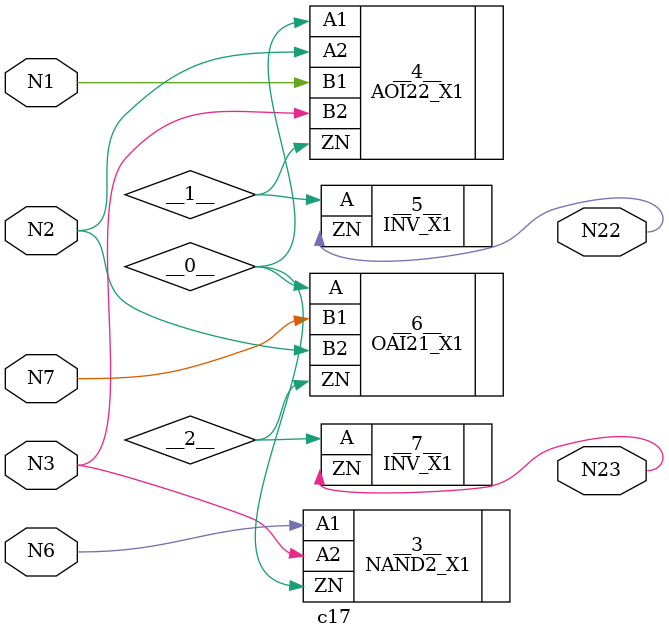
<source format=v>
/* Generated by lut-synth 0.7.2 */

module c17 (
    N6,
    N3,
    N2,
    N1,
    N7,
    N22,
    N23
);
  input N6;
  wire N6;
  input N3;
  wire N3;
  input N2;
  wire N2;
  input N1;
  wire N1;
  input N7;
  wire N7;
  output N22;
  wire N22;
  output N23;
  wire N23;
  wire __0__;
  wire __1__;
  wire __2__;
  NAND2_X1 #(
  ) __3__ (
      .A1(N6),
      .A2(N3),
      .ZN(__0__)
  );
  AOI22_X1 #(
  ) __4__ (
      .A1(__0__),
      .A2(N2),
      .B1(N1),
      .B2(N3),
      .ZN(__1__)
  );
  INV_X1 #(
  ) __5__ (
      .A(__1__),
      .ZN(N22)
  );
  OAI21_X1 #(
  ) __6__ (
      .A(__0__),
      .B1(N7),
      .B2(N2),
      .ZN(__2__)
  );
  INV_X1 #(
  ) __7__ (
      .A(__2__),
      .ZN(N23)
  );
endmodule

</source>
